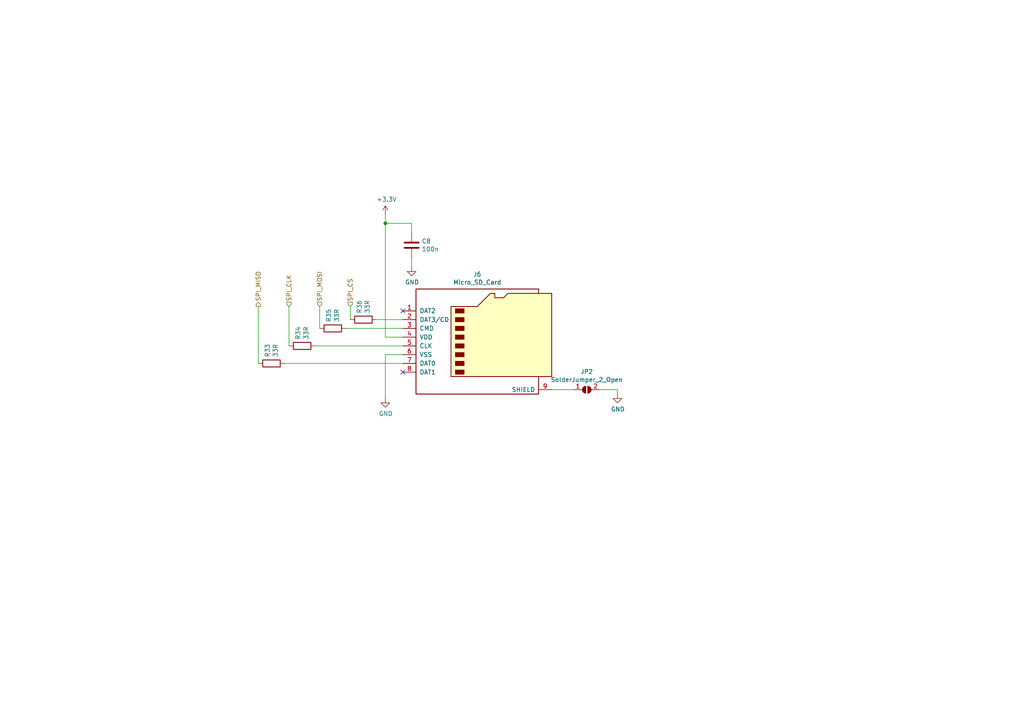
<source format=kicad_sch>
(kicad_sch (version 20230121) (generator eeschema)
  (paper "A4")
  (title_block (title "WS2812 Simple Controller") (date "2023-03-09") (company "Stefan Misik") (comment 1 "SPI SD Card"))
  (lib_symbols
    (symbol "Connector:Micro_SD_Card" (pin_names (offset 1.016))
      (property "Reference" "J" (at -16.51 15.24 0))
      (property "Value" "Micro_SD_Card" (at 16.51 15.24 0))
      (symbol "Micro_SD_Card_0_1"
        (rectangle (start -7.62 -9.525) (end -5.08 -10.795) (fill (type outline)))
        (rectangle (start -7.62 -6.985) (end -5.08 -8.255) (fill (type outline)))
        (rectangle (start -7.62 -4.445) (end -5.08 -5.715) (fill (type outline)))
        (rectangle (start -7.62 -1.905) (end -5.08 -3.175) (fill (type outline)))
        (rectangle (start -7.62 0.635) (end -5.08 -0.635) (fill (type outline)))
        (rectangle (start -7.62 3.175) (end -5.08 1.905) (fill (type outline)))
        (rectangle (start -7.62 5.715) (end -5.08 4.445) (fill (type outline)))
        (rectangle (start -7.62 8.255) (end -5.08 6.985) (fill (type outline)))
        (polyline (pts (xy 16.51 12.7) (xy 16.51 13.97) (xy -19.05 13.97) (xy -19.05 -16.51) (xy 16.51 -16.51) (xy 16.51 -11.43)) (stroke (width 0.254)))
        (polyline (pts (xy -8.89 -11.43) (xy -8.89 8.89) (xy -1.27 8.89) (xy 2.54 12.7) (xy 3.81 12.7) (xy 3.81 11.43) (xy 6.35 11.43) (xy 7.62 12.7) (xy 20.32 12.7) (xy 20.32 -11.43) (xy -8.89 -11.43)) (stroke (width 0.254)) (fill (type background)))
      )
      (symbol "Micro_SD_Card_1_1"
        (pin bidirectional line (at -22.86 7.62 0) (length 3.81) (name "DAT2") (number "1"))
        (pin bidirectional line (at -22.86 5.08 0) (length 3.81) (name "DAT3/CD") (number "2"))
        (pin input line (at -22.86 2.54 0) (length 3.81) (name "CMD") (number "3"))
        (pin power_in line (at -22.86 0 0) (length 3.81) (name "VDD") (number "4"))
        (pin input line (at -22.86 -2.54 0) (length 3.81) (name "CLK") (number "5"))
        (pin power_in line (at -22.86 -5.08 0) (length 3.81) (name "VSS") (number "6"))
        (pin bidirectional line (at -22.86 -7.62 0) (length 3.81) (name "DAT0") (number "7"))
        (pin bidirectional line (at -22.86 -10.16 0) (length 3.81) (name "DAT1") (number "8"))
        (pin passive line (at 20.32 -15.24 180) (length 3.81) (name "SHIELD") (number "9"))
      )
    )
    (symbol "Device:C" (pin_numbers hide) (pin_names (offset 0.254))
      (property "Reference" "C" (at 0.635 2.54 0))
      (property "Value" "C" (at 0.635 -2.54 0))
      (symbol "C_0_1"
        (polyline (pts (xy -2.032 -0.762) (xy 2.032 -0.762)) (stroke (width 0.508)))
        (polyline (pts (xy -2.032 0.762) (xy 2.032 0.762)) (stroke (width 0.508)))
      )
      (symbol "C_1_1"
        (pin passive line (at 0 3.81 270) (length 2.794) (name "~") (number "1"))
        (pin passive line (at 0 -3.81 90) (length 2.794) (name "~") (number "2"))
      )
    )
    (symbol "Device:R" (pin_numbers hide) (pin_names (offset 0))
      (property "Reference" "R" (at 2.032 0 90))
      (property "Value" "R" (at 0 0 90))
      (symbol "R_0_1"
        (rectangle (start -1.016 -2.54) (end 1.016 2.54) (stroke (width 0.254)))
      )
      (symbol "R_1_1"
        (pin passive line (at 0 3.81 270) (length 1.27) (name "~") (number "1"))
        (pin passive line (at 0 -3.81 90) (length 1.27) (name "~") (number "2"))
      )
    )
    (symbol "Jumper:SolderJumper_2_Open" (pin_names (offset 0) hide)
      (property "Reference" "JP" (at 0 2.032 0))
      (property "Value" "SolderJumper_2_Open" (at 0 -2.54 0))
      (symbol "SolderJumper_2_Open_0_1"
        (arc (start -0.254 1.016) (mid -1.2656 0) (end -0.254 -1.016))
        (arc (start -0.254 1.016) (mid -1.2656 0) (end -0.254 -1.016) (fill (type outline)))
        (polyline (pts (xy -0.254 1.016) (xy -0.254 -1.016)))
        (polyline (pts (xy 0.254 1.016) (xy 0.254 -1.016)))
        (arc (start 0.254 -1.016) (mid 1.2656 0) (end 0.254 1.016))
        (arc (start 0.254 -1.016) (mid 1.2656 0) (end 0.254 1.016) (fill (type outline)))
      )
      (symbol "SolderJumper_2_Open_1_1"
        (pin passive line (at -3.81 0 0) (length 2.54) (name "A") (number "1"))
        (pin passive line (at 3.81 0 180) (length 2.54) (name "B") (number "2"))
      )
    )
    (symbol "power:+3.3V" (power) (pin_names (offset 0))
      (property "Value" "+3.3V" (at 0 3.556 0))
      (symbol "+3.3V_0_1"
        (polyline (pts (xy -0.762 1.27) (xy 0 2.54)))
        (polyline (pts (xy 0 0) (xy 0 2.54)))
        (polyline (pts (xy 0 2.54) (xy 0.762 1.27)))
      )
      (symbol "+3.3V_1_1"
        (pin power_in line (at 0 0 90) (length 0) hide (name "+3.3V") (number "1"))
      )
    )
    (symbol "power:GND" (power) (pin_names (offset 0))
      (property "Value" "GND" (at 0 -3.81 0))
      (symbol "GND_0_1"
        (polyline (pts (xy 0 0) (xy 0 -1.27) (xy 1.27 -1.27) (xy 0 -2.54) (xy -1.27 -1.27) (xy 0 -1.27)))
      )
      (symbol "GND_1_1"
        (pin power_in line (at 0 0 270) (length 0) hide (name "GND") (number "1"))
      )
    )
  )
  (junction (at 111.76 64.77))
  (no_connect (at 116.84 90.17))
  (no_connect (at 116.84 107.95))
  (wire (pts (xy 82.55 105.41) (xy 116.84 105.41)))
  (wire (pts (xy 109.22 92.71) (xy 116.84 92.71)))
  (wire (pts (xy 119.38 64.77) (xy 111.76 64.77)))
  (wire (pts (xy 160.02 113.03) (xy 166.37 113.03)))
  (wire (pts (xy 101.6 88.9) (xy 101.6 92.71)))
  (wire (pts (xy 116.84 102.87) (xy 111.76 102.87)))
  (wire (pts (xy 111.76 102.87) (xy 111.76 115.57)))
  (wire (pts (xy 100.33 95.25) (xy 116.84 95.25)))
  (wire (pts (xy 111.76 64.77) (xy 111.76 62.23)))
  (wire (pts (xy 83.82 88.9) (xy 83.82 100.33)))
  (wire (pts (xy 74.93 88.9) (xy 74.93 105.41)))
  (wire (pts (xy 119.38 67.31) (xy 119.38 64.77)))
  (wire (pts (xy 91.44 100.33) (xy 116.84 100.33)))
  (wire (pts (xy 173.99 113.03) (xy 179.07 113.03)))
  (wire (pts (xy 179.07 113.03) (xy 179.07 114.3)))
  (wire (pts (xy 119.38 74.93) (xy 119.38 77.47)))
  (wire (pts (xy 111.76 64.77) (xy 111.76 97.79)))
  (wire (pts (xy 92.71 88.9) (xy 92.71 95.25)))
  (wire (pts (xy 111.76 97.79) (xy 116.84 97.79)))
  (hierarchical_label "SPI_MISO" (shape output) (at 74.93 88.9 90))
  (hierarchical_label "SPI_CLK" (shape input) (at 83.82 88.9 90))
  (hierarchical_label "SPI_CS" (shape input) (at 101.6 88.9 90))
  (hierarchical_label "SPI_MOSI" (shape input) (at 92.71 88.9 90))
  (symbol (lib_id "Device:R") (at 87.63 100.33 90) (unit 1)
    (property "Reference" "R34" (at 86.4616 98.552 0) (effects (justify left)))
    (property "Value" "33R" (at 88.773 98.552 0) (effects (justify left)))
    (property "Footprint" "Resistor_SMD:R_0805_2012Metric_Pad1.20x1.40mm_HandSolder" (effects hide))
    (instances (project "simple_control" (path "" (reference "R34") (unit 1))) (project "control" (path "" (reference "R311") (unit 1))))
  )
  (symbol (lib_id "Device:R") (at 105.41 92.71 90) (unit 1)
    (property "Reference" "R36" (at 104.2416 90.932 0) (effects (justify left)))
    (property "Value" "33R" (at 106.553 90.932 0) (effects (justify left)))
    (property "Footprint" "Resistor_SMD:R_0805_2012Metric_Pad1.20x1.40mm_HandSolder" (effects hide))
    (instances (project "simple_control" (path "" (reference "R36") (unit 1))) (project "control" (path "" (reference "R309") (unit 1))))
  )
  (symbol (lib_id "power:GND") (at 111.76 115.57 0) (unit 1)
    (property "Reference" "#PWR033" (effects hide))
    (property "Value" "GND" (at 111.887 119.9642 0))
    (instances (project "simple_control" (path "" (reference "#PWR033") (unit 1))) (project "control" (path "" (reference "#PWR0330") (unit 1))))
  )
  (symbol (lib_id "Connector:Micro_SD_Card") (at 139.7 97.79 0) (unit 1)
    (property "Reference" "J6" (at 138.43 79.5782 0))
    (property "Value" "Micro_SD_Card" (at 138.43 81.8896 0))
    (property "Footprint" "my:micro_sd_card" (effects hide))
    (property "Datasheet" "http://katalog.we-online.de/em/datasheet/693072010801.pdf" (effects hide))
    (instances (project "simple_control" (path "" (reference "J6") (unit 1))) (project "control" (path "" (reference "J305") (unit 1))))
  )
  (symbol (lib_id "Device:R") (at 78.74 105.41 90) (unit 1)
    (property "Reference" "R33" (at 77.5716 103.632 0) (effects (justify left)))
    (property "Value" "33R" (at 79.883 103.632 0) (effects (justify left)))
    (property "Footprint" "Resistor_SMD:R_0805_2012Metric_Pad1.20x1.40mm_HandSolder" (effects hide))
    (instances (project "simple_control" (path "" (reference "R33") (unit 1))) (project "control" (path "" (reference "R312") (unit 1))))
  )
  (symbol (lib_id "Device:C") (at 119.38 71.12 0) (unit 1)
    (property "Reference" "C8" (at 122.301 69.9516 0) (effects (justify left)))
    (property "Value" "100n" (at 122.301 72.263 0) (effects (justify left)))
    (property "Footprint" "Capacitor_SMD:C_0805_2012Metric_Pad1.18x1.45mm_HandSolder" (effects hide))
    (instances (project "simple_control" (path "" (reference "C8") (unit 1))) (project "control" (path "" (reference "C307") (unit 1))))
  )
  (symbol (lib_id "power:+3.3V") (at 111.76 62.23 0) (unit 1)
    (property "Reference" "#PWR032" (effects hide))
    (property "Value" "+3.3V" (at 112.141 57.8358 0))
    (instances (project "simple_control" (path "" (reference "#PWR032") (unit 1))) (project "control" (path "" (reference "#PWR0320") (unit 1))))
  )
  (symbol (lib_id "power:GND") (at 179.07 114.3 0) (unit 1)
    (property "Reference" "#PWR035" (effects hide))
    (property "Value" "GND" (at 179.197 118.6942 0))
    (instances (project "simple_control" (path "" (reference "#PWR035") (unit 1))) (project "control" (path "" (reference "#PWR0329") (unit 1))))
  )
  (symbol (lib_id "power:GND") (at 119.38 77.47 0) (unit 1)
    (property "Reference" "#PWR034" (effects hide))
    (property "Value" "GND" (at 119.507 81.8642 0))
    (instances (project "simple_control" (path "" (reference "#PWR034") (unit 1))) (project "control" (path "" (reference "#PWR0322") (unit 1))))
  )
  (symbol (lib_id "Jumper:SolderJumper_2_Open") (at 170.18 113.03 0) (unit 1)
    (property "Reference" "JP2" (at 170.18 107.823 0))
    (property "Value" "SolderJumper_2_Open" (at 170.18 110.1344 0))
    (property "Footprint" "Jumper:SolderJumper-2_P1.3mm_Open_RoundedPad1.0x1.5mm" (effects hide))
    (instances (project "simple_control" (path "" (reference "JP2") (unit 1))) (project "control" (path "" (reference "JP304") (unit 1))))
  )
  (symbol (lib_id "Device:R") (at 96.52 95.25 270) (unit 1)
    (property "Reference" "R35" (at 95.3516 93.472 0) (effects (justify right)))
    (property "Value" "33R" (at 97.663 93.472 0) (effects (justify right)))
    (property "Footprint" "Resistor_SMD:R_0805_2012Metric_Pad1.20x1.40mm_HandSolder" (effects hide))
    (instances (project "simple_control" (path "" (reference "R35") (unit 1))) (project "control" (path "" (reference "R310") (unit 1))))
  )
)
</source>
